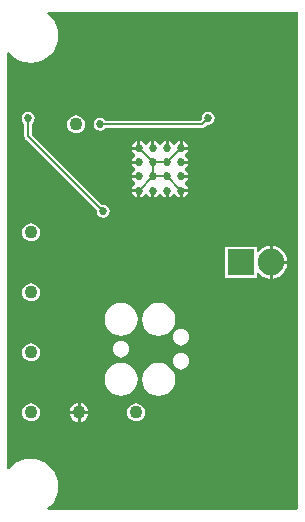
<source format=gbl>
G04 Layer_Physical_Order=2*
G04 Layer_Color=16711680*
%FSLAX25Y25*%
%MOIN*%
G70*
G01*
G75*
%ADD22C,0.00787*%
%ADD25C,0.04331*%
%ADD26R,0.08858X0.08858*%
%ADD27C,0.08858*%
%ADD28C,0.02700*%
G36*
X99000Y2431D02*
X98646Y2077D01*
X15610D01*
X15431Y2577D01*
X16352Y3333D01*
X17497Y4728D01*
X18348Y6320D01*
X18871Y8047D01*
X19048Y9843D01*
X18871Y11638D01*
X18348Y13365D01*
X17497Y14957D01*
X16352Y16352D01*
X14957Y17497D01*
X13365Y18348D01*
X11638Y18871D01*
X9843Y19048D01*
X8047Y18871D01*
X6320Y18348D01*
X4728Y17497D01*
X3333Y16352D01*
X2577Y15431D01*
X2077Y15610D01*
Y154390D01*
X2577Y154569D01*
X3333Y153648D01*
X4728Y152503D01*
X6320Y151653D01*
X8047Y151129D01*
X9843Y150952D01*
X11638Y151129D01*
X13365Y151653D01*
X14957Y152503D01*
X16352Y153648D01*
X17497Y155043D01*
X18348Y156635D01*
X18871Y158361D01*
X19048Y160158D01*
X18871Y161953D01*
X18348Y163680D01*
X17497Y165272D01*
X16352Y166667D01*
X15431Y167423D01*
X15610Y167923D01*
X99000D01*
X99000Y2431D01*
D02*
G37*
%LPC*%
G36*
X10000Y57478D02*
X9229Y57377D01*
X8511Y57079D01*
X7894Y56606D01*
X7421Y55989D01*
X7123Y55271D01*
X7022Y54500D01*
X7123Y53729D01*
X7421Y53011D01*
X7894Y52394D01*
X8511Y51921D01*
X9229Y51623D01*
X10000Y51522D01*
X10771Y51623D01*
X11489Y51921D01*
X12106Y52394D01*
X12579Y53011D01*
X12877Y53729D01*
X12978Y54500D01*
X12877Y55271D01*
X12579Y55989D01*
X12106Y56606D01*
X11489Y57079D01*
X10771Y57377D01*
X10000Y57478D01*
D02*
G37*
G36*
X60000Y54262D02*
X59285Y54168D01*
X58619Y53892D01*
X58047Y53453D01*
X57608Y52881D01*
X57332Y52215D01*
X57238Y51500D01*
X57332Y50785D01*
X57608Y50119D01*
X58047Y49547D01*
X58619Y49108D01*
X59285Y48832D01*
X60000Y48738D01*
X60715Y48832D01*
X61381Y49108D01*
X61953Y49547D01*
X62392Y50119D01*
X62668Y50785D01*
X62762Y51500D01*
X62668Y52215D01*
X62392Y52881D01*
X61953Y53453D01*
X61381Y53892D01*
X60715Y54168D01*
X60000Y54262D01*
D02*
G37*
G36*
X52500Y51010D02*
X51074Y50822D01*
X49745Y50272D01*
X48604Y49396D01*
X47728Y48255D01*
X47178Y46926D01*
X46990Y45500D01*
X47178Y44074D01*
X47728Y42745D01*
X48604Y41604D01*
X49745Y40729D01*
X51074Y40178D01*
X52500Y39990D01*
X53926Y40178D01*
X55255Y40729D01*
X56396Y41604D01*
X57272Y42745D01*
X57822Y44074D01*
X58010Y45500D01*
X57822Y46926D01*
X57272Y48255D01*
X56396Y49396D01*
X55255Y50272D01*
X53926Y50822D01*
X52500Y51010D01*
D02*
G37*
G36*
X40000Y71010D02*
X38574Y70822D01*
X37245Y70272D01*
X36104Y69396D01*
X35228Y68255D01*
X34678Y66926D01*
X34490Y65500D01*
X34678Y64074D01*
X35228Y62745D01*
X36104Y61604D01*
X37245Y60729D01*
X38574Y60178D01*
X40000Y59990D01*
X41426Y60178D01*
X42755Y60729D01*
X43896Y61604D01*
X44772Y62745D01*
X45322Y64074D01*
X45510Y65500D01*
X45322Y66926D01*
X44772Y68255D01*
X43896Y69396D01*
X42755Y70272D01*
X41426Y70822D01*
X40000Y71010D01*
D02*
G37*
G36*
X60000Y62262D02*
X59285Y62168D01*
X58619Y61892D01*
X58047Y61453D01*
X57608Y60881D01*
X57332Y60215D01*
X57238Y59500D01*
X57332Y58785D01*
X57608Y58119D01*
X58047Y57547D01*
X58619Y57108D01*
X59285Y56832D01*
X60000Y56738D01*
X60715Y56832D01*
X61381Y57108D01*
X61953Y57547D01*
X62392Y58119D01*
X62668Y58785D01*
X62762Y59500D01*
X62668Y60215D01*
X62392Y60881D01*
X61953Y61453D01*
X61381Y61892D01*
X60715Y62168D01*
X60000Y62262D01*
D02*
G37*
G36*
X40000Y58262D02*
X39285Y58168D01*
X38619Y57892D01*
X38047Y57453D01*
X37608Y56881D01*
X37332Y56215D01*
X37238Y55500D01*
X37332Y54785D01*
X37608Y54119D01*
X38047Y53547D01*
X38619Y53108D01*
X39285Y52832D01*
X40000Y52738D01*
X40715Y52832D01*
X41381Y53108D01*
X41953Y53547D01*
X42392Y54119D01*
X42668Y54785D01*
X42762Y55500D01*
X42668Y56215D01*
X42392Y56881D01*
X41953Y57453D01*
X41381Y57892D01*
X40715Y58168D01*
X40000Y58262D01*
D02*
G37*
G36*
Y51010D02*
X38574Y50822D01*
X37245Y50272D01*
X36104Y49396D01*
X35228Y48255D01*
X34678Y46926D01*
X34490Y45500D01*
X34678Y44074D01*
X35228Y42745D01*
X36104Y41604D01*
X37245Y40729D01*
X38574Y40178D01*
X40000Y39990D01*
X41426Y40178D01*
X42755Y40729D01*
X43896Y41604D01*
X44772Y42745D01*
X45322Y44074D01*
X45510Y45500D01*
X45322Y46926D01*
X44772Y48255D01*
X43896Y49396D01*
X42755Y50272D01*
X41426Y50822D01*
X40000Y51010D01*
D02*
G37*
G36*
X10000Y37478D02*
X9229Y37377D01*
X8511Y37079D01*
X7894Y36606D01*
X7421Y35989D01*
X7123Y35271D01*
X7022Y34500D01*
X7123Y33729D01*
X7421Y33011D01*
X7894Y32394D01*
X8511Y31921D01*
X9229Y31623D01*
X10000Y31522D01*
X10771Y31623D01*
X11489Y31921D01*
X12106Y32394D01*
X12579Y33011D01*
X12877Y33729D01*
X12978Y34500D01*
X12877Y35271D01*
X12579Y35989D01*
X12106Y36606D01*
X11489Y37079D01*
X10771Y37377D01*
X10000Y37478D01*
D02*
G37*
G36*
X29127Y34000D02*
X26500D01*
Y31373D01*
X26826Y31416D01*
X27596Y31735D01*
X28258Y32243D01*
X28765Y32904D01*
X29084Y33674D01*
X29127Y34000D01*
D02*
G37*
G36*
X25500D02*
X22873D01*
X22916Y33674D01*
X23235Y32904D01*
X23742Y32243D01*
X24404Y31735D01*
X25174Y31416D01*
X25500Y31373D01*
Y34000D01*
D02*
G37*
G36*
X26500Y37627D02*
Y35000D01*
X29127D01*
X29084Y35326D01*
X28765Y36096D01*
X28258Y36758D01*
X27596Y37265D01*
X26826Y37584D01*
X26500Y37627D01*
D02*
G37*
G36*
X25500D02*
X25174Y37584D01*
X24404Y37265D01*
X23742Y36758D01*
X23235Y36096D01*
X22916Y35326D01*
X22873Y35000D01*
X25500D01*
Y37627D01*
D02*
G37*
G36*
X45000Y37478D02*
X44229Y37377D01*
X43511Y37079D01*
X42894Y36606D01*
X42421Y35989D01*
X42123Y35271D01*
X42022Y34500D01*
X42123Y33729D01*
X42421Y33011D01*
X42894Y32394D01*
X43511Y31921D01*
X44229Y31623D01*
X45000Y31522D01*
X45771Y31623D01*
X46489Y31921D01*
X47106Y32394D01*
X47579Y33011D01*
X47877Y33729D01*
X47978Y34500D01*
X47877Y35271D01*
X47579Y35989D01*
X47106Y36606D01*
X46489Y37079D01*
X45771Y37377D01*
X45000Y37478D01*
D02*
G37*
G36*
X52500Y71010D02*
X51074Y70822D01*
X49745Y70272D01*
X48604Y69396D01*
X47728Y68255D01*
X47178Y66926D01*
X46990Y65500D01*
X47178Y64074D01*
X47728Y62745D01*
X48604Y61604D01*
X49745Y60729D01*
X51074Y60178D01*
X52500Y59990D01*
X53926Y60178D01*
X55255Y60729D01*
X56396Y61604D01*
X57272Y62745D01*
X57822Y64074D01*
X58010Y65500D01*
X57822Y66926D01*
X57272Y68255D01*
X56396Y69396D01*
X55255Y70272D01*
X53926Y70822D01*
X52500Y71010D01*
D02*
G37*
G36*
X60587Y124883D02*
Y123087D01*
X62383D01*
X62300Y123504D01*
X61781Y124281D01*
X61004Y124800D01*
X60587Y124883D01*
D02*
G37*
G36*
X45413D02*
X44997Y124800D01*
X44219Y124281D01*
X43700Y123504D01*
X43617Y123087D01*
X45413D01*
Y124883D01*
D02*
G37*
G36*
X62383Y107913D02*
X60587D01*
Y106117D01*
X61004Y106200D01*
X61781Y106719D01*
X62300Y107497D01*
X62383Y107913D01*
D02*
G37*
G36*
X69000Y134679D02*
X68166Y134513D01*
X67459Y134041D01*
X66987Y133334D01*
X66821Y132500D01*
X66900Y132103D01*
X66501Y131704D01*
X34766D01*
X34541Y132041D01*
X33834Y132513D01*
X33000Y132679D01*
X32166Y132513D01*
X31459Y132041D01*
X30987Y131334D01*
X30821Y130500D01*
X30987Y129666D01*
X31459Y128959D01*
X32166Y128487D01*
X33000Y128321D01*
X33834Y128487D01*
X34541Y128959D01*
X34766Y129296D01*
X67000D01*
X67000Y129296D01*
X67461Y129387D01*
X67852Y129648D01*
X68603Y130400D01*
X69000Y130321D01*
X69834Y130487D01*
X70541Y130959D01*
X71013Y131666D01*
X71179Y132500D01*
X71013Y133334D01*
X70541Y134041D01*
X69834Y134513D01*
X69000Y134679D01*
D02*
G37*
G36*
X25000Y133478D02*
X24229Y133377D01*
X23511Y133079D01*
X22894Y132606D01*
X22421Y131989D01*
X22123Y131271D01*
X22022Y130500D01*
X22123Y129729D01*
X22421Y129011D01*
X22894Y128394D01*
X23511Y127921D01*
X24229Y127623D01*
X25000Y127522D01*
X25771Y127623D01*
X26489Y127921D01*
X27106Y128394D01*
X27579Y129011D01*
X27877Y129729D01*
X27978Y130500D01*
X27877Y131271D01*
X27579Y131989D01*
X27106Y132606D01*
X26489Y133079D01*
X25771Y133377D01*
X25000Y133478D01*
D02*
G37*
G36*
X59587Y124883D02*
X59170Y124800D01*
X58392Y124281D01*
X58007Y123704D01*
X57442D01*
X57056Y124281D01*
X56279Y124800D01*
X55862Y124883D01*
Y122587D01*
X54862D01*
Y124883D01*
X54445Y124800D01*
X53668Y124281D01*
X53282Y123704D01*
X52717D01*
X52332Y124281D01*
X51555Y124800D01*
X51138Y124883D01*
Y122587D01*
X50138D01*
Y124883D01*
X49721Y124800D01*
X48943Y124281D01*
X48558Y123704D01*
X47993D01*
X47608Y124281D01*
X46830Y124800D01*
X46413Y124883D01*
Y122587D01*
X45913D01*
Y122087D01*
X43617D01*
X43700Y121670D01*
X44219Y120892D01*
X44796Y120507D01*
Y119942D01*
X44219Y119556D01*
X43700Y118779D01*
X43617Y118362D01*
X45913D01*
Y117362D01*
X43617D01*
X43700Y116945D01*
X44219Y116168D01*
X44796Y115783D01*
Y115217D01*
X44219Y114832D01*
X43700Y114055D01*
X43617Y113638D01*
X45913D01*
Y112638D01*
X43617D01*
X43700Y112221D01*
X44219Y111444D01*
X44796Y111058D01*
Y110493D01*
X44219Y110108D01*
X43700Y109330D01*
X43617Y108913D01*
X45913D01*
Y108413D01*
X46413D01*
Y106117D01*
X46830Y106200D01*
X47608Y106719D01*
X47993Y107296D01*
X48558D01*
X48943Y106719D01*
X49721Y106200D01*
X50138Y106117D01*
Y108413D01*
X51138D01*
Y106117D01*
X51555Y106200D01*
X52332Y106719D01*
X52717Y107296D01*
X53282D01*
X53668Y106719D01*
X54445Y106200D01*
X54862Y106117D01*
Y108413D01*
X55862D01*
Y106117D01*
X56279Y106200D01*
X57056Y106719D01*
X57442Y107296D01*
X58007D01*
X58392Y106719D01*
X59170Y106200D01*
X59587Y106117D01*
Y108413D01*
X60087D01*
Y108913D01*
X62383D01*
X62300Y109330D01*
X61781Y110108D01*
X61204Y110493D01*
Y111058D01*
X61781Y111444D01*
X62300Y112221D01*
X62383Y112638D01*
X60087D01*
Y113638D01*
X62383D01*
X62300Y114055D01*
X61781Y114832D01*
X61204Y115217D01*
Y115783D01*
X61781Y116168D01*
X62300Y116945D01*
X62383Y117362D01*
X60087D01*
Y118362D01*
X62383D01*
X62300Y118779D01*
X61781Y119556D01*
X61204Y119942D01*
Y120507D01*
X61781Y120892D01*
X62300Y121670D01*
X62383Y122087D01*
X60087D01*
Y122587D01*
X59587D01*
Y124883D01*
D02*
G37*
G36*
X45413Y107913D02*
X43617D01*
X43700Y107497D01*
X44219Y106719D01*
X44997Y106200D01*
X45413Y106117D01*
Y107913D01*
D02*
G37*
G36*
X90500Y89910D02*
Y85000D01*
X95410D01*
X95289Y85917D01*
X94742Y87238D01*
X93872Y88372D01*
X92738Y89242D01*
X91417Y89789D01*
X90500Y89910D01*
D02*
G37*
G36*
X95410Y84000D02*
X90500D01*
Y79090D01*
X91417Y79211D01*
X92738Y79758D01*
X93872Y80628D01*
X94742Y81762D01*
X95289Y83083D01*
X95410Y84000D01*
D02*
G37*
G36*
X10000Y77478D02*
X9229Y77377D01*
X8511Y77079D01*
X7894Y76606D01*
X7421Y75989D01*
X7123Y75271D01*
X7022Y74500D01*
X7123Y73729D01*
X7421Y73011D01*
X7894Y72394D01*
X8511Y71921D01*
X9229Y71623D01*
X10000Y71522D01*
X10771Y71623D01*
X11489Y71921D01*
X12106Y72394D01*
X12579Y73011D01*
X12877Y73729D01*
X12978Y74500D01*
X12877Y75271D01*
X12579Y75989D01*
X12106Y76606D01*
X11489Y77079D01*
X10771Y77377D01*
X10000Y77478D01*
D02*
G37*
G36*
X9000Y134679D02*
X8166Y134513D01*
X7459Y134041D01*
X6987Y133334D01*
X6821Y132500D01*
X6987Y131666D01*
X7459Y130959D01*
X7796Y130734D01*
Y126500D01*
X7796Y126500D01*
X7887Y126039D01*
X8149Y125648D01*
X31900Y101897D01*
X31821Y101500D01*
X31987Y100666D01*
X32459Y99959D01*
X33166Y99487D01*
X34000Y99321D01*
X34834Y99487D01*
X35541Y99959D01*
X36013Y100666D01*
X36179Y101500D01*
X36013Y102334D01*
X35541Y103041D01*
X34834Y103513D01*
X34000Y103679D01*
X33603Y103600D01*
X10204Y126999D01*
Y130734D01*
X10541Y130959D01*
X11013Y131666D01*
X11179Y132500D01*
X11013Y133334D01*
X10541Y134041D01*
X9834Y134513D01*
X9000Y134679D01*
D02*
G37*
G36*
X10000Y97478D02*
X9229Y97377D01*
X8511Y97079D01*
X7894Y96606D01*
X7421Y95989D01*
X7123Y95271D01*
X7022Y94500D01*
X7123Y93729D01*
X7421Y93011D01*
X7894Y92394D01*
X8511Y91921D01*
X9229Y91623D01*
X10000Y91522D01*
X10771Y91623D01*
X11489Y91921D01*
X12106Y92394D01*
X12579Y93011D01*
X12877Y93729D01*
X12978Y94500D01*
X12877Y95271D01*
X12579Y95989D01*
X12106Y96606D01*
X11489Y97079D01*
X10771Y97377D01*
X10000Y97478D01*
D02*
G37*
G36*
X89500Y89910D02*
X88583Y89789D01*
X87262Y89242D01*
X86128Y88372D01*
X85716Y87836D01*
X85216Y88006D01*
Y89717D01*
X74783D01*
Y79283D01*
X85216D01*
Y80994D01*
X85716Y81164D01*
X86128Y80628D01*
X87262Y79758D01*
X88583Y79211D01*
X89500Y79090D01*
Y84500D01*
Y89910D01*
D02*
G37*
%LPD*%
D22*
X34000Y101500D02*
Y101500D01*
X9000Y126500D02*
X34000Y101500D01*
X9000Y126500D02*
Y132500D01*
X33000Y130500D02*
X67000D01*
X69000Y132500D01*
X45913Y108413D02*
Y108413D01*
X50638Y113138D01*
Y117862D01*
Y113138D02*
X55362D01*
X55362Y117862D02*
X60087Y122587D01*
X55362Y117862D02*
X55362D01*
X55362Y113138D02*
X60087Y108413D01*
X45913Y122587D02*
X50638Y117862D01*
X55362D01*
D25*
X10000Y34500D02*
D03*
X26000D02*
D03*
X10000Y54500D02*
D03*
Y74500D02*
D03*
Y94500D02*
D03*
X25000Y130500D02*
D03*
X45000Y34500D02*
D03*
D26*
X80000Y84500D02*
D03*
D27*
X90000D02*
D03*
D28*
X34000Y101500D02*
D03*
X9000Y132500D02*
D03*
X33000Y130500D02*
D03*
X69000Y132500D02*
D03*
X45913Y122587D02*
D03*
X50638D02*
D03*
X55362D02*
D03*
X60087D02*
D03*
X45913Y117862D02*
D03*
X50638D02*
D03*
X55362D02*
D03*
X60087D02*
D03*
X45913Y113138D02*
D03*
X50638D02*
D03*
X55362D02*
D03*
X60087D02*
D03*
X45913Y108413D02*
D03*
X50638D02*
D03*
X55362D02*
D03*
X60087D02*
D03*
M02*

</source>
